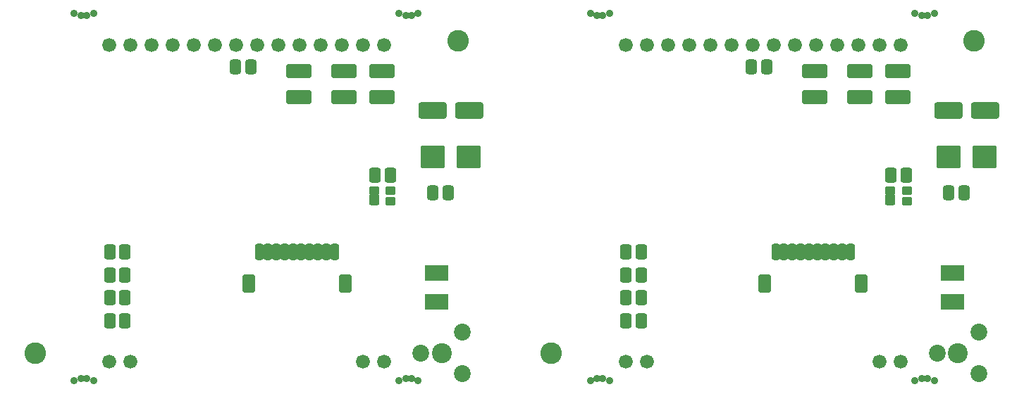
<source format=gts>
G04 #@! TF.GenerationSoftware,KiCad,Pcbnew,7.0.10*
G04 #@! TF.CreationDate,2024-01-03T22:04:12+01:00*
G04 #@! TF.ProjectId,dogs102,646f6773-3130-4322-9e6b-696361645f70,rev?*
G04 #@! TF.SameCoordinates,Original*
G04 #@! TF.FileFunction,Soldermask,Top*
G04 #@! TF.FilePolarity,Negative*
%FSLAX46Y46*%
G04 Gerber Fmt 4.6, Leading zero omitted, Abs format (unit mm)*
G04 Created by KiCad (PCBNEW 7.0.10) date 2024-01-03 22:04:12*
%MOMM*%
%LPD*%
G01*
G04 APERTURE LIST*
G04 Aperture macros list*
%AMRoundRect*
0 Rectangle with rounded corners*
0 $1 Rounding radius*
0 $2 $3 $4 $5 $6 $7 $8 $9 X,Y pos of 4 corners*
0 Add a 4 corners polygon primitive as box body*
4,1,4,$2,$3,$4,$5,$6,$7,$8,$9,$2,$3,0*
0 Add four circle primitives for the rounded corners*
1,1,$1+$1,$2,$3*
1,1,$1+$1,$4,$5*
1,1,$1+$1,$6,$7*
1,1,$1+$1,$8,$9*
0 Add four rect primitives between the rounded corners*
20,1,$1+$1,$2,$3,$4,$5,0*
20,1,$1+$1,$4,$5,$6,$7,0*
20,1,$1+$1,$6,$7,$8,$9,0*
20,1,$1+$1,$8,$9,$2,$3,0*%
%AMFreePoly0*
4,1,23,0.586777,0.930194,0.656366,0.874698,0.666410,0.860940,1.166410,0.110940,1.198065,0.027751,1.190491,-0.060935,1.166410,-0.110940,0.666410,-0.860940,0.601795,-0.922156,0.517019,-0.949275,0.500000,-0.950000,-0.500000,-0.950000,-0.586777,-0.930194,-0.656366,-0.874698,-0.694986,-0.794504,-0.700000,-0.750000,-0.700000,0.750000,-0.680194,0.836777,-0.624698,0.906366,-0.544504,0.944986,
-0.500000,0.950000,0.500000,0.950000,0.586777,0.930194,0.586777,0.930194,$1*%
%AMFreePoly1*
4,1,24,0.586777,0.930194,0.656366,0.874698,0.694986,0.794504,0.700000,0.750000,0.700000,-0.750000,0.680194,-0.836777,0.624698,-0.906366,0.544504,-0.944986,0.500000,-0.950000,-0.650000,-0.950000,-0.736777,-0.930194,-0.806366,-0.874698,-0.844986,-0.794504,-0.844986,-0.705496,-0.816410,-0.639060,-0.390370,0.000000,-0.816410,0.639060,-0.848065,0.722249,-0.840491,0.810935,-0.795188,0.887551,
-0.721129,0.936924,-0.650000,0.950000,0.500000,0.950000,0.586777,0.930194,0.586777,0.930194,$1*%
G04 Aperture macros list end*
%ADD10RoundRect,0.325472X1.224528X-0.537028X1.224528X0.537028X-1.224528X0.537028X-1.224528X-0.537028X0*%
%ADD11RoundRect,0.343750X0.343750X0.556250X-0.343750X0.556250X-0.343750X-0.556250X0.343750X-0.556250X0*%
%ADD12RoundRect,0.312500X-1.387500X-0.687500X1.387500X-0.687500X1.387500X0.687500X-1.387500X0.687500X0*%
%ADD13RoundRect,0.343750X-0.343750X-0.556250X0.343750X-0.556250X0.343750X0.556250X-0.343750X0.556250X0*%
%ADD14RoundRect,0.200000X-1.250000X-1.150000X1.250000X-1.150000X1.250000X1.150000X-1.250000X1.150000X0*%
%ADD15C,1.680000*%
%ADD16C,2.400000*%
%ADD17C,2.020000*%
%ADD18C,2.600000*%
%ADD19C,0.900000*%
%ADD20RoundRect,0.347561X-0.364939X-0.552439X0.364939X-0.552439X0.364939X0.552439X-0.364939X0.552439X0*%
%ADD21FreePoly0,180.000000*%
%ADD22FreePoly1,180.000000*%
%ADD23FreePoly0,0.000000*%
%ADD24FreePoly1,0.000000*%
%ADD25RoundRect,0.200000X-0.400000X0.300000X-0.400000X-0.300000X0.400000X-0.300000X0.400000X0.300000X0*%
%ADD26RoundRect,0.200000X-0.400000X0.450000X-0.400000X-0.450000X0.400000X-0.450000X0.400000X0.450000X0*%
%ADD27RoundRect,0.250000X-0.250000X-0.725000X0.250000X-0.725000X0.250000X0.725000X-0.250000X0.725000X0*%
%ADD28RoundRect,0.333333X-0.466667X-0.766667X0.466667X-0.766667X0.466667X0.766667X-0.466667X0.766667X0*%
%ADD29RoundRect,0.347561X0.364939X0.552439X-0.364939X0.552439X-0.364939X-0.552439X0.364939X-0.552439X0*%
G04 APERTURE END LIST*
D10*
X158710000Y-92600000D03*
X158710000Y-89475000D03*
X163310000Y-92562500D03*
X163310000Y-89437500D03*
X153310000Y-92600000D03*
X153310000Y-89475000D03*
D11*
X147547500Y-89000000D03*
X145672500Y-89000000D03*
D12*
X169418000Y-94234000D03*
X173818000Y-94234000D03*
D13*
X169418000Y-104140000D03*
X171293000Y-104140000D03*
D14*
X169418000Y-99822000D03*
X173718000Y-99822000D03*
D15*
X130590000Y-124460000D03*
X133130000Y-124460000D03*
X161070000Y-124460000D03*
X163610000Y-124460000D03*
X163610000Y-86360000D03*
X161070000Y-86360000D03*
X158530000Y-86360000D03*
X155990000Y-86360000D03*
X153450000Y-86360000D03*
X150910000Y-86360000D03*
X148370000Y-86360000D03*
X145830000Y-86360000D03*
X143290000Y-86360000D03*
X140750000Y-86360000D03*
X138210000Y-86360000D03*
X135670000Y-86360000D03*
X133130000Y-86360000D03*
X130590000Y-86360000D03*
D16*
X170510000Y-123400000D03*
D17*
X173010000Y-120900000D03*
X168010000Y-123400000D03*
X173010000Y-125900000D03*
D18*
X183660000Y-123450000D03*
D19*
X227360000Y-82500000D03*
X228160000Y-82750000D03*
X228860000Y-82750000D03*
X229660000Y-82500000D03*
X229660000Y-126750000D03*
X228860000Y-126500000D03*
X228160000Y-126500000D03*
X227360000Y-126750000D03*
D10*
X215310000Y-92600000D03*
X215310000Y-89475000D03*
D20*
X192610000Y-119500000D03*
X194435000Y-119500000D03*
D13*
X231418000Y-104140000D03*
X233293000Y-104140000D03*
D20*
X192610000Y-116750000D03*
X194435000Y-116750000D03*
D19*
X188360000Y-82500000D03*
X189160000Y-82750000D03*
X189860000Y-82750000D03*
X190660000Y-82500000D03*
D21*
X170585000Y-117250000D03*
D22*
X169135000Y-117250000D03*
D20*
X192610000Y-111250000D03*
X194435000Y-111250000D03*
X130610000Y-116750000D03*
X132435000Y-116750000D03*
D18*
X172460000Y-85850000D03*
X121660000Y-123450000D03*
D12*
X231418000Y-94234000D03*
X235818000Y-94234000D03*
D18*
X234460000Y-85850000D03*
D11*
X209547500Y-89000000D03*
X207672500Y-89000000D03*
D20*
X130610000Y-111250000D03*
X132435000Y-111250000D03*
D19*
X165360000Y-82500000D03*
X166160000Y-82750000D03*
X166860000Y-82750000D03*
X167660000Y-82500000D03*
D20*
X130610000Y-119500000D03*
X132435000Y-119500000D03*
D19*
X126360000Y-82500000D03*
X127160000Y-82750000D03*
X127860000Y-82750000D03*
X128660000Y-82500000D03*
X167660000Y-126750000D03*
X166860000Y-126500000D03*
X166160000Y-126500000D03*
X165360000Y-126750000D03*
D23*
X169160000Y-113750000D03*
D24*
X170610000Y-113750000D03*
D19*
X190660000Y-126750000D03*
X189860000Y-126500000D03*
X189160000Y-126500000D03*
X188360000Y-126750000D03*
D21*
X232585000Y-117250000D03*
D22*
X231135000Y-117250000D03*
D15*
X192590000Y-124460000D03*
X195130000Y-124460000D03*
X223070000Y-124460000D03*
X225610000Y-124460000D03*
X225610000Y-86360000D03*
X223070000Y-86360000D03*
X220530000Y-86360000D03*
X217990000Y-86360000D03*
X215450000Y-86360000D03*
X212910000Y-86360000D03*
X210370000Y-86360000D03*
X207830000Y-86360000D03*
X205290000Y-86360000D03*
X202750000Y-86360000D03*
X200210000Y-86360000D03*
X197670000Y-86360000D03*
X195130000Y-86360000D03*
X192590000Y-86360000D03*
D10*
X225310000Y-92562500D03*
X225310000Y-89437500D03*
D25*
X224356700Y-103850000D03*
D26*
X224356700Y-104997600D03*
D25*
X226363300Y-105149999D03*
X226363300Y-103850001D03*
D20*
X130610000Y-114000000D03*
X132435000Y-114000000D03*
D27*
X210610000Y-111200000D03*
X211610000Y-111200000D03*
X212610000Y-111200000D03*
X213610000Y-111200000D03*
X214610000Y-111200000D03*
X215610000Y-111200000D03*
X216610000Y-111200000D03*
X217610000Y-111200000D03*
X218610000Y-111200000D03*
X219610000Y-111200000D03*
D28*
X209310000Y-115075000D03*
X220910000Y-115075000D03*
D23*
X231160000Y-113750000D03*
D24*
X232610000Y-113750000D03*
D27*
X148610000Y-111200000D03*
X149610000Y-111200000D03*
X150610000Y-111200000D03*
X151610000Y-111200000D03*
X152610000Y-111200000D03*
X153610000Y-111200000D03*
X154610000Y-111200000D03*
X155610000Y-111200000D03*
X156610000Y-111200000D03*
X157610000Y-111200000D03*
D28*
X147310000Y-115075000D03*
X158910000Y-115075000D03*
D19*
X128660000Y-126750000D03*
X127860000Y-126500000D03*
X127160000Y-126500000D03*
X126360000Y-126750000D03*
D10*
X220710000Y-92600000D03*
X220710000Y-89475000D03*
D25*
X162356700Y-103850000D03*
D26*
X162356700Y-104997600D03*
D25*
X164363300Y-105149999D03*
X164363300Y-103850001D03*
D29*
X164310000Y-102000000D03*
X162485000Y-102000000D03*
D16*
X232510000Y-123400000D03*
D17*
X235010000Y-120900000D03*
X230010000Y-123400000D03*
X235010000Y-125900000D03*
D14*
X231418000Y-99822000D03*
X235718000Y-99822000D03*
D29*
X226310000Y-102000000D03*
X224485000Y-102000000D03*
D20*
X192610000Y-114000000D03*
X194435000Y-114000000D03*
M02*

</source>
